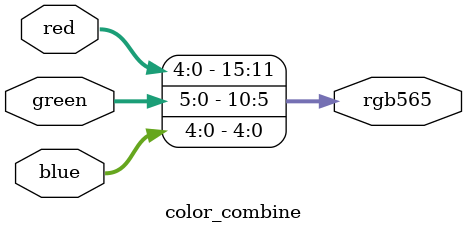
<source format=sv>
module rgb_async_convert (
    // AXI-Stream输入接口
    input wire clk,
    input wire rst_n,
    input wire [23:0] s_axis_tdata,
    input wire s_axis_tvalid,
    output wire s_axis_tready,
    
    // AXI-Stream输出接口
    output wire [15:0] m_axis_tdata,
    output wire m_axis_tvalid,
    input wire m_axis_tready
);
    // 各颜色通道信号
    wire [4:0] red_component;
    wire [5:0] green_component;
    wire [4:0] blue_component;
    wire [15:0] rgb565_internal;
    
    // 控制信号
    reg data_valid;
    
    // 设置输入准备好信号
    assign s_axis_tready = m_axis_tready;
    
    // 数据有效性控制
    always @(posedge clk or negedge rst_n) begin
        if (!rst_n)
            data_valid <= 1'b0;
        else if (s_axis_tvalid && s_axis_tready)
            data_valid <= 1'b1;
        else if (m_axis_tready)
            data_valid <= 1'b0;
    end
    
    // 输出有效信号
    assign m_axis_tvalid = data_valid;
    
    // 子模块实例化
    red_channel_extract red_extract (
        .rgb888_red(s_axis_tdata[23:16]),
        .rgb565_red(red_component)
    );

    green_channel_extract green_extract (
        .rgb888_green(s_axis_tdata[15:8]),
        .rgb565_green(green_component)
    );

    blue_channel_extract blue_extract (
        .rgb888_blue(s_axis_tdata[7:0]),
        .rgb565_blue(blue_component)
    );

    // 颜色分量组合
    color_combine combiner (
        .red(red_component),
        .green(green_component),
        .blue(blue_component),
        .rgb565(rgb565_internal)
    );
    
    // 输出数据寄存
    reg [15:0] rgb565_reg;
    
    always @(posedge clk or negedge rst_n) begin
        if (!rst_n)
            rgb565_reg <= 16'b0;
        else if (s_axis_tvalid && s_axis_tready)
            rgb565_reg <= rgb565_internal;
    end
    
    assign m_axis_tdata = rgb565_reg;
    
endmodule

// 红色通道提取子模块
module red_channel_extract (
    input [7:0] rgb888_red,
    output [4:0] rgb565_red
);
    // 提取高5位
    assign rgb565_red = rgb888_red[7:3];
endmodule

// 绿色通道提取子模块
module green_channel_extract (
    input [7:0] rgb888_green,
    output [5:0] rgb565_green
);
    // 提取高6位
    assign rgb565_green = rgb888_green[7:2];
endmodule

// 蓝色通道提取子模块
module blue_channel_extract (
    input [7:0] rgb888_blue,
    output [4:0] rgb565_blue
);
    // 提取高5位
    assign rgb565_blue = rgb888_blue[7:3];
endmodule

// 颜色组合子模块
module color_combine (
    input [4:0] red,
    input [5:0] green,
    input [4:0] blue,
    output [15:0] rgb565
);
    // 将各颜色通道组合成RGB565格式
    assign rgb565 = {red, green, blue};
endmodule
</source>
